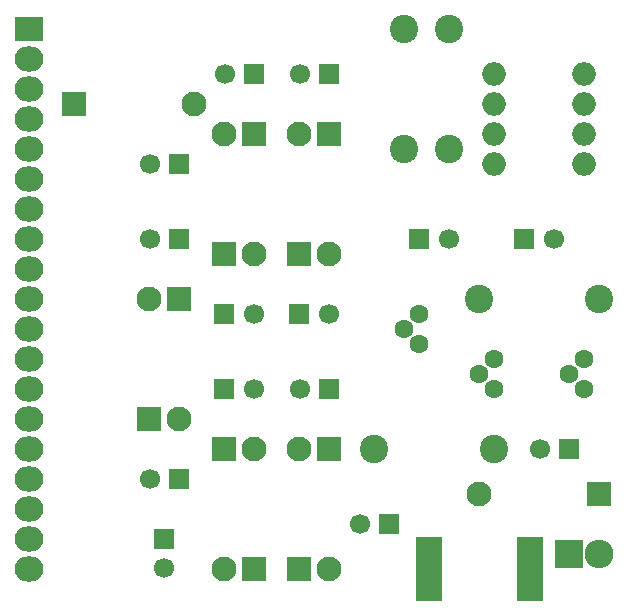
<source format=gbs>
G04 #@! TF.FileFunction,Soldermask,Bot*
%FSLAX46Y46*%
G04 Gerber Fmt 4.6, Leading zero omitted, Abs format (unit mm)*
G04 Created by KiCad (PCBNEW 4.0.4+e1-6308~48~ubuntu16.04.1-stable) date Mon Oct 24 14:34:27 2016*
%MOMM*%
%LPD*%
G01*
G04 APERTURE LIST*
%ADD10C,0.100000*%
%ADD11R,2.178000X5.480000*%
%ADD12R,2.432000X2.432000*%
%ADD13O,2.432000X2.432000*%
%ADD14R,2.432000X2.127200*%
%ADD15O,2.432000X2.127200*%
%ADD16R,1.700000X1.700000*%
%ADD17C,1.700000*%
%ADD18O,2.000000X2.000000*%
%ADD19C,2.099260*%
%ADD20R,2.099260X2.099260*%
%ADD21C,2.398980*%
%ADD22C,1.600000*%
G04 APERTURE END LIST*
D10*
D11*
X107505500Y-81280000D03*
X116014500Y-81280000D03*
D12*
X119380000Y-80010000D03*
D13*
X121920000Y-80010000D03*
D14*
X73660000Y-35560000D03*
D15*
X73660000Y-38100000D03*
X73660000Y-40640000D03*
X73660000Y-43180000D03*
X73660000Y-45720000D03*
X73660000Y-48260000D03*
X73660000Y-50800000D03*
X73660000Y-53340000D03*
X73660000Y-55880000D03*
X73660000Y-58420000D03*
X73660000Y-60960000D03*
X73660000Y-63500000D03*
X73660000Y-66040000D03*
X73660000Y-68580000D03*
X73660000Y-71120000D03*
X73660000Y-73660000D03*
X73660000Y-76200000D03*
X73660000Y-78740000D03*
X73660000Y-81280000D03*
D16*
X106680000Y-53340000D03*
D17*
X109180000Y-53340000D03*
D16*
X115570000Y-53340000D03*
D17*
X118070000Y-53340000D03*
D16*
X119380000Y-71120000D03*
D17*
X116880000Y-71120000D03*
D16*
X104140000Y-77470000D03*
D17*
X101640000Y-77470000D03*
D16*
X99060000Y-66040000D03*
D17*
X96560000Y-66040000D03*
D16*
X96520000Y-59690000D03*
D17*
X99020000Y-59690000D03*
D16*
X99060000Y-39370000D03*
D17*
X96560000Y-39370000D03*
D16*
X92710000Y-39370000D03*
D17*
X90210000Y-39370000D03*
D16*
X90170000Y-59690000D03*
D17*
X92670000Y-59690000D03*
D16*
X90170000Y-66040000D03*
D17*
X92670000Y-66040000D03*
D16*
X85090000Y-78740000D03*
D17*
X85090000Y-81240000D03*
D16*
X86360000Y-73660000D03*
D17*
X83860000Y-73660000D03*
D16*
X86360000Y-53340000D03*
D17*
X83860000Y-53340000D03*
D16*
X86360000Y-46990000D03*
D17*
X83860000Y-46990000D03*
D18*
X113030000Y-39370000D03*
X113030000Y-41910000D03*
X113030000Y-44450000D03*
X113030000Y-46990000D03*
X120650000Y-46990000D03*
X120650000Y-44450000D03*
X120650000Y-41910000D03*
X120650000Y-39370000D03*
D19*
X111759480Y-74932540D03*
D20*
X121919480Y-74932540D03*
D19*
X99062540Y-81280520D03*
D20*
X99062540Y-71120520D03*
D19*
X96517460Y-71119480D03*
D20*
X96517460Y-81279480D03*
D19*
X99062540Y-54610520D03*
D20*
X99062540Y-44450520D03*
D19*
X96517460Y-44449480D03*
D20*
X96517460Y-54609480D03*
D19*
X90167460Y-44449480D03*
D20*
X90167460Y-54609480D03*
D19*
X92712540Y-54610520D03*
D20*
X92712540Y-44450520D03*
D19*
X92707460Y-71119480D03*
D20*
X92707460Y-81279480D03*
D19*
X90172540Y-81280520D03*
D20*
X90172540Y-71120520D03*
D19*
X86362540Y-68580520D03*
D20*
X86362540Y-58420520D03*
D19*
X83817460Y-58419480D03*
D20*
X83817460Y-68579480D03*
D19*
X87630520Y-41907460D03*
D20*
X77470520Y-41907460D03*
D21*
X105410000Y-35560000D03*
X105410000Y-45720000D03*
X109220000Y-35560000D03*
X109220000Y-45720000D03*
X111760000Y-58420000D03*
X121920000Y-58420000D03*
X113030000Y-71120000D03*
X102870000Y-71120000D03*
D22*
X106680000Y-59690000D03*
X105410000Y-60960000D03*
X106680000Y-62230000D03*
X120650000Y-63500000D03*
X119380000Y-64770000D03*
X120650000Y-66040000D03*
X113030000Y-63500000D03*
X111760000Y-64770000D03*
X113030000Y-66040000D03*
M02*

</source>
